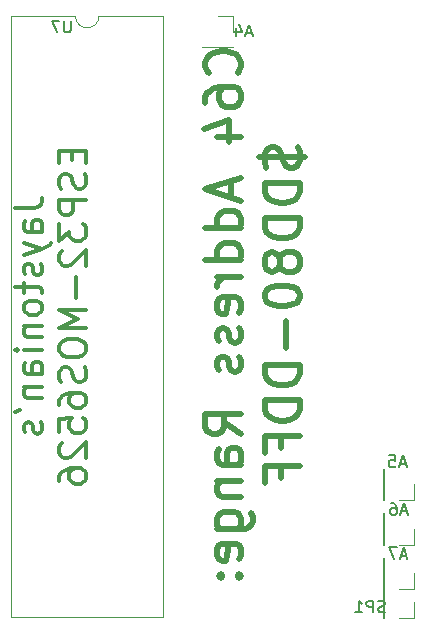
<source format=gbr>
G04 #@! TF.GenerationSoftware,KiCad,Pcbnew,(5.1.5)-3*
G04 #@! TF.CreationDate,2020-05-12T20:02:37-04:00*
G04 #@! TF.ProjectId,6526ESP32,36353236-4553-4503-9332-2e6b69636164,rev?*
G04 #@! TF.SameCoordinates,Original*
G04 #@! TF.FileFunction,Legend,Bot*
G04 #@! TF.FilePolarity,Positive*
%FSLAX46Y46*%
G04 Gerber Fmt 4.6, Leading zero omitted, Abs format (unit mm)*
G04 Created by KiCad (PCBNEW (5.1.5)-3) date 2020-05-12 20:02:37*
%MOMM*%
%LPD*%
G04 APERTURE LIST*
%ADD10C,0.350000*%
%ADD11C,0.500000*%
%ADD12C,0.120000*%
%ADD13C,0.150000*%
G04 APERTURE END LIST*
D10*
X39640857Y-50529285D02*
X41248000Y-50529285D01*
X41569428Y-50422142D01*
X41783714Y-50207857D01*
X41890857Y-49886428D01*
X41890857Y-49672142D01*
X41890857Y-52565000D02*
X40712285Y-52565000D01*
X40498000Y-52457857D01*
X40390857Y-52243571D01*
X40390857Y-51815000D01*
X40498000Y-51600714D01*
X41783714Y-52565000D02*
X41890857Y-52350714D01*
X41890857Y-51815000D01*
X41783714Y-51600714D01*
X41569428Y-51493571D01*
X41355142Y-51493571D01*
X41140857Y-51600714D01*
X41033714Y-51815000D01*
X41033714Y-52350714D01*
X40926571Y-52565000D01*
X40390857Y-53422142D02*
X41890857Y-53957857D01*
X40390857Y-54493571D02*
X41890857Y-53957857D01*
X42426571Y-53743571D01*
X42533714Y-53636428D01*
X42640857Y-53422142D01*
X41783714Y-55243571D02*
X41890857Y-55457857D01*
X41890857Y-55886428D01*
X41783714Y-56100714D01*
X41569428Y-56207857D01*
X41462285Y-56207857D01*
X41248000Y-56100714D01*
X41140857Y-55886428D01*
X41140857Y-55565000D01*
X41033714Y-55350714D01*
X40819428Y-55243571D01*
X40712285Y-55243571D01*
X40498000Y-55350714D01*
X40390857Y-55565000D01*
X40390857Y-55886428D01*
X40498000Y-56100714D01*
X40390857Y-56850714D02*
X40390857Y-57707857D01*
X39640857Y-57172142D02*
X41569428Y-57172142D01*
X41783714Y-57279285D01*
X41890857Y-57493571D01*
X41890857Y-57707857D01*
X41890857Y-58779285D02*
X41783714Y-58565000D01*
X41676571Y-58457857D01*
X41462285Y-58350714D01*
X40819428Y-58350714D01*
X40605142Y-58457857D01*
X40498000Y-58565000D01*
X40390857Y-58779285D01*
X40390857Y-59100714D01*
X40498000Y-59315000D01*
X40605142Y-59422142D01*
X40819428Y-59529285D01*
X41462285Y-59529285D01*
X41676571Y-59422142D01*
X41783714Y-59315000D01*
X41890857Y-59100714D01*
X41890857Y-58779285D01*
X40390857Y-60493571D02*
X41890857Y-60493571D01*
X40605142Y-60493571D02*
X40498000Y-60600714D01*
X40390857Y-60815000D01*
X40390857Y-61136428D01*
X40498000Y-61350714D01*
X40712285Y-61457857D01*
X41890857Y-61457857D01*
X41890857Y-62529285D02*
X40390857Y-62529285D01*
X39640857Y-62529285D02*
X39748000Y-62422142D01*
X39855142Y-62529285D01*
X39748000Y-62636428D01*
X39640857Y-62529285D01*
X39855142Y-62529285D01*
X41890857Y-64565000D02*
X40712285Y-64565000D01*
X40498000Y-64457857D01*
X40390857Y-64243571D01*
X40390857Y-63815000D01*
X40498000Y-63600714D01*
X41783714Y-64565000D02*
X41890857Y-64350714D01*
X41890857Y-63815000D01*
X41783714Y-63600714D01*
X41569428Y-63493571D01*
X41355142Y-63493571D01*
X41140857Y-63600714D01*
X41033714Y-63815000D01*
X41033714Y-64350714D01*
X40926571Y-64565000D01*
X40390857Y-65636428D02*
X41890857Y-65636428D01*
X40605142Y-65636428D02*
X40498000Y-65743571D01*
X40390857Y-65957857D01*
X40390857Y-66279285D01*
X40498000Y-66493571D01*
X40712285Y-66600714D01*
X41890857Y-66600714D01*
X39640857Y-67779285D02*
X40069428Y-67565000D01*
X41783714Y-68636428D02*
X41890857Y-68850714D01*
X41890857Y-69279285D01*
X41783714Y-69493571D01*
X41569428Y-69600714D01*
X41462285Y-69600714D01*
X41248000Y-69493571D01*
X41140857Y-69279285D01*
X41140857Y-68957857D01*
X41033714Y-68743571D01*
X40819428Y-68636428D01*
X40712285Y-68636428D01*
X40498000Y-68743571D01*
X40390857Y-68957857D01*
X40390857Y-69279285D01*
X40498000Y-69493571D01*
X44437285Y-45654285D02*
X44437285Y-46404285D01*
X45615857Y-46725714D02*
X45615857Y-45654285D01*
X43365857Y-45654285D01*
X43365857Y-46725714D01*
X45508714Y-47582857D02*
X45615857Y-47904285D01*
X45615857Y-48440000D01*
X45508714Y-48654285D01*
X45401571Y-48761428D01*
X45187285Y-48868571D01*
X44973000Y-48868571D01*
X44758714Y-48761428D01*
X44651571Y-48654285D01*
X44544428Y-48440000D01*
X44437285Y-48011428D01*
X44330142Y-47797142D01*
X44223000Y-47690000D01*
X44008714Y-47582857D01*
X43794428Y-47582857D01*
X43580142Y-47690000D01*
X43473000Y-47797142D01*
X43365857Y-48011428D01*
X43365857Y-48547142D01*
X43473000Y-48868571D01*
X45615857Y-49832857D02*
X43365857Y-49832857D01*
X43365857Y-50690000D01*
X43473000Y-50904285D01*
X43580142Y-51011428D01*
X43794428Y-51118571D01*
X44115857Y-51118571D01*
X44330142Y-51011428D01*
X44437285Y-50904285D01*
X44544428Y-50690000D01*
X44544428Y-49832857D01*
X43365857Y-51868571D02*
X43365857Y-53261428D01*
X44223000Y-52511428D01*
X44223000Y-52832857D01*
X44330142Y-53047142D01*
X44437285Y-53154285D01*
X44651571Y-53261428D01*
X45187285Y-53261428D01*
X45401571Y-53154285D01*
X45508714Y-53047142D01*
X45615857Y-52832857D01*
X45615857Y-52190000D01*
X45508714Y-51975714D01*
X45401571Y-51868571D01*
X43580142Y-54118571D02*
X43473000Y-54225714D01*
X43365857Y-54440000D01*
X43365857Y-54975714D01*
X43473000Y-55190000D01*
X43580142Y-55297142D01*
X43794428Y-55404285D01*
X44008714Y-55404285D01*
X44330142Y-55297142D01*
X45615857Y-54011428D01*
X45615857Y-55404285D01*
X44758714Y-56368571D02*
X44758714Y-58082857D01*
X45615857Y-59154285D02*
X43365857Y-59154285D01*
X44973000Y-59904285D01*
X43365857Y-60654285D01*
X45615857Y-60654285D01*
X43365857Y-62154285D02*
X43365857Y-62582857D01*
X43473000Y-62797142D01*
X43687285Y-63011428D01*
X44115857Y-63118571D01*
X44865857Y-63118571D01*
X45294428Y-63011428D01*
X45508714Y-62797142D01*
X45615857Y-62582857D01*
X45615857Y-62154285D01*
X45508714Y-61939999D01*
X45294428Y-61725714D01*
X44865857Y-61618571D01*
X44115857Y-61618571D01*
X43687285Y-61725714D01*
X43473000Y-61939999D01*
X43365857Y-62154285D01*
X45508714Y-63975714D02*
X45615857Y-64297142D01*
X45615857Y-64832857D01*
X45508714Y-65047142D01*
X45401571Y-65154285D01*
X45187285Y-65261428D01*
X44973000Y-65261428D01*
X44758714Y-65154285D01*
X44651571Y-65047142D01*
X44544428Y-64832857D01*
X44437285Y-64404285D01*
X44330142Y-64189999D01*
X44223000Y-64082857D01*
X44008714Y-63975714D01*
X43794428Y-63975714D01*
X43580142Y-64082857D01*
X43473000Y-64189999D01*
X43365857Y-64404285D01*
X43365857Y-64939999D01*
X43473000Y-65261428D01*
X43365857Y-67190000D02*
X43365857Y-66761428D01*
X43473000Y-66547142D01*
X43580142Y-66439999D01*
X43901571Y-66225714D01*
X44330142Y-66118571D01*
X45187285Y-66118571D01*
X45401571Y-66225714D01*
X45508714Y-66332857D01*
X45615857Y-66547142D01*
X45615857Y-66975714D01*
X45508714Y-67190000D01*
X45401571Y-67297142D01*
X45187285Y-67404285D01*
X44651571Y-67404285D01*
X44437285Y-67297142D01*
X44330142Y-67190000D01*
X44223000Y-66975714D01*
X44223000Y-66547142D01*
X44330142Y-66332857D01*
X44437285Y-66225714D01*
X44651571Y-66118571D01*
X43365857Y-69440000D02*
X43365857Y-68368571D01*
X44437285Y-68261428D01*
X44330142Y-68368571D01*
X44223000Y-68582857D01*
X44223000Y-69118571D01*
X44330142Y-69332857D01*
X44437285Y-69440000D01*
X44651571Y-69547142D01*
X45187285Y-69547142D01*
X45401571Y-69440000D01*
X45508714Y-69332857D01*
X45615857Y-69118571D01*
X45615857Y-68582857D01*
X45508714Y-68368571D01*
X45401571Y-68261428D01*
X43580142Y-70404285D02*
X43473000Y-70511428D01*
X43365857Y-70725714D01*
X43365857Y-71261428D01*
X43473000Y-71475714D01*
X43580142Y-71582857D01*
X43794428Y-71690000D01*
X44008714Y-71690000D01*
X44330142Y-71582857D01*
X45615857Y-70297142D01*
X45615857Y-71690000D01*
X43365857Y-73618571D02*
X43365857Y-73190000D01*
X43473000Y-72975714D01*
X43580142Y-72868571D01*
X43901571Y-72654285D01*
X44330142Y-72547142D01*
X45187285Y-72547142D01*
X45401571Y-72654285D01*
X45508714Y-72761428D01*
X45615857Y-72975714D01*
X45615857Y-73404285D01*
X45508714Y-73618571D01*
X45401571Y-73725714D01*
X45187285Y-73832857D01*
X44651571Y-73832857D01*
X44437285Y-73725714D01*
X44330142Y-73618571D01*
X44223000Y-73404285D01*
X44223000Y-72975714D01*
X44330142Y-72761428D01*
X44437285Y-72654285D01*
X44651571Y-72547142D01*
D11*
X58451928Y-39070928D02*
X58594785Y-38928071D01*
X58737642Y-38499500D01*
X58737642Y-38213785D01*
X58594785Y-37785214D01*
X58309071Y-37499500D01*
X58023357Y-37356642D01*
X57451928Y-37213785D01*
X57023357Y-37213785D01*
X56451928Y-37356642D01*
X56166214Y-37499500D01*
X55880500Y-37785214D01*
X55737642Y-38213785D01*
X55737642Y-38499500D01*
X55880500Y-38928071D01*
X56023357Y-39070928D01*
X55737642Y-41642357D02*
X55737642Y-41070928D01*
X55880500Y-40785214D01*
X56023357Y-40642357D01*
X56451928Y-40356642D01*
X57023357Y-40213785D01*
X58166214Y-40213785D01*
X58451928Y-40356642D01*
X58594785Y-40499500D01*
X58737642Y-40785214D01*
X58737642Y-41356642D01*
X58594785Y-41642357D01*
X58451928Y-41785214D01*
X58166214Y-41928071D01*
X57451928Y-41928071D01*
X57166214Y-41785214D01*
X57023357Y-41642357D01*
X56880500Y-41356642D01*
X56880500Y-40785214D01*
X57023357Y-40499500D01*
X57166214Y-40356642D01*
X57451928Y-40213785D01*
X56737642Y-44499500D02*
X58737642Y-44499500D01*
X55594785Y-43785214D02*
X57737642Y-43070928D01*
X57737642Y-44928071D01*
X57880500Y-48213785D02*
X57880500Y-49642357D01*
X58737642Y-47928071D02*
X55737642Y-48928071D01*
X58737642Y-49928071D01*
X58737642Y-52213785D02*
X55737642Y-52213785D01*
X58594785Y-52213785D02*
X58737642Y-51928071D01*
X58737642Y-51356642D01*
X58594785Y-51070928D01*
X58451928Y-50928071D01*
X58166214Y-50785214D01*
X57309071Y-50785214D01*
X57023357Y-50928071D01*
X56880500Y-51070928D01*
X56737642Y-51356642D01*
X56737642Y-51928071D01*
X56880500Y-52213785D01*
X58737642Y-54928071D02*
X55737642Y-54928071D01*
X58594785Y-54928071D02*
X58737642Y-54642357D01*
X58737642Y-54070928D01*
X58594785Y-53785214D01*
X58451928Y-53642357D01*
X58166214Y-53499500D01*
X57309071Y-53499500D01*
X57023357Y-53642357D01*
X56880500Y-53785214D01*
X56737642Y-54070928D01*
X56737642Y-54642357D01*
X56880500Y-54928071D01*
X58737642Y-56356642D02*
X56737642Y-56356642D01*
X57309071Y-56356642D02*
X57023357Y-56499500D01*
X56880500Y-56642357D01*
X56737642Y-56928071D01*
X56737642Y-57213785D01*
X58594785Y-59356642D02*
X58737642Y-59070928D01*
X58737642Y-58499500D01*
X58594785Y-58213785D01*
X58309071Y-58070928D01*
X57166214Y-58070928D01*
X56880500Y-58213785D01*
X56737642Y-58499500D01*
X56737642Y-59070928D01*
X56880500Y-59356642D01*
X57166214Y-59499500D01*
X57451928Y-59499500D01*
X57737642Y-58070928D01*
X58594785Y-60642357D02*
X58737642Y-60928071D01*
X58737642Y-61499500D01*
X58594785Y-61785214D01*
X58309071Y-61928071D01*
X58166214Y-61928071D01*
X57880500Y-61785214D01*
X57737642Y-61499500D01*
X57737642Y-61070928D01*
X57594785Y-60785214D01*
X57309071Y-60642357D01*
X57166214Y-60642357D01*
X56880500Y-60785214D01*
X56737642Y-61070928D01*
X56737642Y-61499500D01*
X56880500Y-61785214D01*
X58594785Y-63070928D02*
X58737642Y-63356642D01*
X58737642Y-63928071D01*
X58594785Y-64213785D01*
X58309071Y-64356642D01*
X58166214Y-64356642D01*
X57880500Y-64213785D01*
X57737642Y-63928071D01*
X57737642Y-63499500D01*
X57594785Y-63213785D01*
X57309071Y-63070928D01*
X57166214Y-63070928D01*
X56880500Y-63213785D01*
X56737642Y-63499500D01*
X56737642Y-63928071D01*
X56880500Y-64213785D01*
X58737642Y-69642357D02*
X57309071Y-68642357D01*
X58737642Y-67928071D02*
X55737642Y-67928071D01*
X55737642Y-69070928D01*
X55880500Y-69356642D01*
X56023357Y-69499500D01*
X56309071Y-69642357D01*
X56737642Y-69642357D01*
X57023357Y-69499500D01*
X57166214Y-69356642D01*
X57309071Y-69070928D01*
X57309071Y-67928071D01*
X58737642Y-72213785D02*
X57166214Y-72213785D01*
X56880500Y-72070928D01*
X56737642Y-71785214D01*
X56737642Y-71213785D01*
X56880500Y-70928071D01*
X58594785Y-72213785D02*
X58737642Y-71928071D01*
X58737642Y-71213785D01*
X58594785Y-70928071D01*
X58309071Y-70785214D01*
X58023357Y-70785214D01*
X57737642Y-70928071D01*
X57594785Y-71213785D01*
X57594785Y-71928071D01*
X57451928Y-72213785D01*
X56737642Y-73642357D02*
X58737642Y-73642357D01*
X57023357Y-73642357D02*
X56880500Y-73785214D01*
X56737642Y-74070928D01*
X56737642Y-74499500D01*
X56880500Y-74785214D01*
X57166214Y-74928071D01*
X58737642Y-74928071D01*
X56737642Y-77642357D02*
X59166214Y-77642357D01*
X59451928Y-77499500D01*
X59594785Y-77356642D01*
X59737642Y-77070928D01*
X59737642Y-76642357D01*
X59594785Y-76356642D01*
X58594785Y-77642357D02*
X58737642Y-77356642D01*
X58737642Y-76785214D01*
X58594785Y-76499500D01*
X58451928Y-76356642D01*
X58166214Y-76213785D01*
X57309071Y-76213785D01*
X57023357Y-76356642D01*
X56880500Y-76499500D01*
X56737642Y-76785214D01*
X56737642Y-77356642D01*
X56880500Y-77642357D01*
X58594785Y-80213785D02*
X58737642Y-79928071D01*
X58737642Y-79356642D01*
X58594785Y-79070928D01*
X58309071Y-78928071D01*
X57166214Y-78928071D01*
X56880500Y-79070928D01*
X56737642Y-79356642D01*
X56737642Y-79928071D01*
X56880500Y-80213785D01*
X57166214Y-80356642D01*
X57451928Y-80356642D01*
X57737642Y-78928071D01*
X58451928Y-81642357D02*
X58594785Y-81785214D01*
X58737642Y-81642357D01*
X58594785Y-81499500D01*
X58451928Y-81642357D01*
X58737642Y-81642357D01*
X56880500Y-81642357D02*
X57023357Y-81785214D01*
X57166214Y-81642357D01*
X57023357Y-81499500D01*
X56880500Y-81642357D01*
X57166214Y-81642357D01*
X63594785Y-45356642D02*
X63737642Y-45785214D01*
X63737642Y-46499500D01*
X63594785Y-46785214D01*
X63451928Y-46928071D01*
X63166214Y-47070928D01*
X62880500Y-47070928D01*
X62594785Y-46928071D01*
X62451928Y-46785214D01*
X62309071Y-46499500D01*
X62166214Y-45928071D01*
X62023357Y-45642357D01*
X61880500Y-45499500D01*
X61594785Y-45356642D01*
X61309071Y-45356642D01*
X61023357Y-45499500D01*
X60880500Y-45642357D01*
X60737642Y-45928071D01*
X60737642Y-46642357D01*
X60880500Y-47070928D01*
X60309071Y-46213785D02*
X64166214Y-46213785D01*
X63737642Y-48356642D02*
X60737642Y-48356642D01*
X60737642Y-49070928D01*
X60880500Y-49499500D01*
X61166214Y-49785214D01*
X61451928Y-49928071D01*
X62023357Y-50070928D01*
X62451928Y-50070928D01*
X63023357Y-49928071D01*
X63309071Y-49785214D01*
X63594785Y-49499500D01*
X63737642Y-49070928D01*
X63737642Y-48356642D01*
X63737642Y-51356642D02*
X60737642Y-51356642D01*
X60737642Y-52070928D01*
X60880500Y-52499500D01*
X61166214Y-52785214D01*
X61451928Y-52928071D01*
X62023357Y-53070928D01*
X62451928Y-53070928D01*
X63023357Y-52928071D01*
X63309071Y-52785214D01*
X63594785Y-52499500D01*
X63737642Y-52070928D01*
X63737642Y-51356642D01*
X62023357Y-54785214D02*
X61880500Y-54499500D01*
X61737642Y-54356642D01*
X61451928Y-54213785D01*
X61309071Y-54213785D01*
X61023357Y-54356642D01*
X60880500Y-54499500D01*
X60737642Y-54785214D01*
X60737642Y-55356642D01*
X60880500Y-55642357D01*
X61023357Y-55785214D01*
X61309071Y-55928071D01*
X61451928Y-55928071D01*
X61737642Y-55785214D01*
X61880500Y-55642357D01*
X62023357Y-55356642D01*
X62023357Y-54785214D01*
X62166214Y-54499500D01*
X62309071Y-54356642D01*
X62594785Y-54213785D01*
X63166214Y-54213785D01*
X63451928Y-54356642D01*
X63594785Y-54499500D01*
X63737642Y-54785214D01*
X63737642Y-55356642D01*
X63594785Y-55642357D01*
X63451928Y-55785214D01*
X63166214Y-55928071D01*
X62594785Y-55928071D01*
X62309071Y-55785214D01*
X62166214Y-55642357D01*
X62023357Y-55356642D01*
X60737642Y-57785214D02*
X60737642Y-58070928D01*
X60880500Y-58356642D01*
X61023357Y-58499500D01*
X61309071Y-58642357D01*
X61880500Y-58785214D01*
X62594785Y-58785214D01*
X63166214Y-58642357D01*
X63451928Y-58499500D01*
X63594785Y-58356642D01*
X63737642Y-58070928D01*
X63737642Y-57785214D01*
X63594785Y-57499500D01*
X63451928Y-57356642D01*
X63166214Y-57213785D01*
X62594785Y-57070928D01*
X61880500Y-57070928D01*
X61309071Y-57213785D01*
X61023357Y-57356642D01*
X60880500Y-57499500D01*
X60737642Y-57785214D01*
X62594785Y-60070928D02*
X62594785Y-62356642D01*
X63737642Y-63785214D02*
X60737642Y-63785214D01*
X60737642Y-64499500D01*
X60880500Y-64928071D01*
X61166214Y-65213785D01*
X61451928Y-65356642D01*
X62023357Y-65499500D01*
X62451928Y-65499500D01*
X63023357Y-65356642D01*
X63309071Y-65213785D01*
X63594785Y-64928071D01*
X63737642Y-64499500D01*
X63737642Y-63785214D01*
X63737642Y-66785214D02*
X60737642Y-66785214D01*
X60737642Y-67499500D01*
X60880500Y-67928071D01*
X61166214Y-68213785D01*
X61451928Y-68356642D01*
X62023357Y-68499500D01*
X62451928Y-68499500D01*
X63023357Y-68356642D01*
X63309071Y-68213785D01*
X63594785Y-67928071D01*
X63737642Y-67499500D01*
X63737642Y-66785214D01*
X62166214Y-70785214D02*
X62166214Y-69785214D01*
X63737642Y-69785214D02*
X60737642Y-69785214D01*
X60737642Y-71213785D01*
X62166214Y-73356642D02*
X62166214Y-72356642D01*
X63737642Y-72356642D02*
X60737642Y-72356642D01*
X60737642Y-73785214D01*
D12*
X44720000Y-34230000D02*
G75*
G03X46720000Y-34230000I1000000J0D01*
G01*
X46720000Y-34230000D02*
X52180000Y-34230000D01*
X52180000Y-34230000D02*
X52180000Y-85150000D01*
X52180000Y-85150000D02*
X39260000Y-85150000D01*
X39260000Y-85150000D02*
X39260000Y-34230000D01*
X39260000Y-34230000D02*
X44720000Y-34230000D01*
X70755200Y-85226200D02*
X70755200Y-82566200D01*
X70815200Y-85226200D02*
X70755200Y-85226200D01*
X70815200Y-82566200D02*
X70755200Y-82566200D01*
X70815200Y-85226200D02*
X70815200Y-82566200D01*
X72085200Y-85226200D02*
X73415200Y-85226200D01*
X73415200Y-85226200D02*
X73415200Y-83896200D01*
X73415200Y-82762400D02*
X73415200Y-81432400D01*
X72085200Y-82762400D02*
X73415200Y-82762400D01*
X70815200Y-82762400D02*
X70815200Y-80102400D01*
X70815200Y-80102400D02*
X70755200Y-80102400D01*
X70815200Y-82762400D02*
X70755200Y-82762400D01*
X70755200Y-82762400D02*
X70755200Y-80102400D01*
X70755200Y-79003200D02*
X70755200Y-76343200D01*
X70815200Y-79003200D02*
X70755200Y-79003200D01*
X70815200Y-76343200D02*
X70755200Y-76343200D01*
X70815200Y-79003200D02*
X70815200Y-76343200D01*
X72085200Y-79003200D02*
X73415200Y-79003200D01*
X73415200Y-79003200D02*
X73415200Y-77673200D01*
X73415200Y-75218600D02*
X73415200Y-73888600D01*
X72085200Y-75218600D02*
X73415200Y-75218600D01*
X70815200Y-75218600D02*
X70815200Y-72558600D01*
X70815200Y-72558600D02*
X70755200Y-72558600D01*
X70815200Y-75218600D02*
X70755200Y-75218600D01*
X70755200Y-75218600D02*
X70755200Y-72558600D01*
X58099000Y-36890000D02*
X55439000Y-36890000D01*
X58099000Y-36830000D02*
X58099000Y-36890000D01*
X55439000Y-36830000D02*
X55439000Y-36890000D01*
X58099000Y-36830000D02*
X55439000Y-36830000D01*
X58099000Y-35560000D02*
X58099000Y-34230000D01*
X58099000Y-34230000D02*
X56769000Y-34230000D01*
D13*
X44322904Y-34631380D02*
X44322904Y-35440904D01*
X44275285Y-35536142D01*
X44227666Y-35583761D01*
X44132428Y-35631380D01*
X43941952Y-35631380D01*
X43846714Y-35583761D01*
X43799095Y-35536142D01*
X43751476Y-35440904D01*
X43751476Y-34631380D01*
X43370523Y-34631380D02*
X42703857Y-34631380D01*
X43132428Y-35631380D01*
X70934104Y-84681961D02*
X70791247Y-84729580D01*
X70553152Y-84729580D01*
X70457914Y-84681961D01*
X70410295Y-84634342D01*
X70362676Y-84539104D01*
X70362676Y-84443866D01*
X70410295Y-84348628D01*
X70457914Y-84301009D01*
X70553152Y-84253390D01*
X70743628Y-84205771D01*
X70838866Y-84158152D01*
X70886485Y-84110533D01*
X70934104Y-84015295D01*
X70934104Y-83920057D01*
X70886485Y-83824819D01*
X70838866Y-83777200D01*
X70743628Y-83729580D01*
X70505533Y-83729580D01*
X70362676Y-83777200D01*
X69934104Y-84729580D02*
X69934104Y-83729580D01*
X69553152Y-83729580D01*
X69457914Y-83777200D01*
X69410295Y-83824819D01*
X69362676Y-83920057D01*
X69362676Y-84062914D01*
X69410295Y-84158152D01*
X69457914Y-84205771D01*
X69553152Y-84253390D01*
X69934104Y-84253390D01*
X68410295Y-84729580D02*
X68981723Y-84729580D01*
X68696009Y-84729580D02*
X68696009Y-83729580D01*
X68791247Y-83872438D01*
X68886485Y-83967676D01*
X68981723Y-84015295D01*
X72748685Y-79948066D02*
X72272495Y-79948066D01*
X72843923Y-80233780D02*
X72510590Y-79233780D01*
X72177257Y-80233780D01*
X71939161Y-79233780D02*
X71272495Y-79233780D01*
X71701066Y-80233780D01*
X72799485Y-76188866D02*
X72323295Y-76188866D01*
X72894723Y-76474580D02*
X72561390Y-75474580D01*
X72228057Y-76474580D01*
X71466152Y-75474580D02*
X71656628Y-75474580D01*
X71751866Y-75522200D01*
X71799485Y-75569819D01*
X71894723Y-75712676D01*
X71942342Y-75903152D01*
X71942342Y-76284104D01*
X71894723Y-76379342D01*
X71847104Y-76426961D01*
X71751866Y-76474580D01*
X71561390Y-76474580D01*
X71466152Y-76426961D01*
X71418533Y-76379342D01*
X71370914Y-76284104D01*
X71370914Y-76046009D01*
X71418533Y-75950771D01*
X71466152Y-75903152D01*
X71561390Y-75855533D01*
X71751866Y-75855533D01*
X71847104Y-75903152D01*
X71894723Y-75950771D01*
X71942342Y-76046009D01*
X72672485Y-72150266D02*
X72196295Y-72150266D01*
X72767723Y-72435980D02*
X72434390Y-71435980D01*
X72101057Y-72435980D01*
X71291533Y-71435980D02*
X71767723Y-71435980D01*
X71815342Y-71912171D01*
X71767723Y-71864552D01*
X71672485Y-71816933D01*
X71434390Y-71816933D01*
X71339152Y-71864552D01*
X71291533Y-71912171D01*
X71243914Y-72007409D01*
X71243914Y-72245504D01*
X71291533Y-72340742D01*
X71339152Y-72388361D01*
X71434390Y-72435980D01*
X71672485Y-72435980D01*
X71767723Y-72388361D01*
X71815342Y-72340742D01*
X59667685Y-35675866D02*
X59191495Y-35675866D01*
X59762923Y-35961580D02*
X59429590Y-34961580D01*
X59096257Y-35961580D01*
X58334352Y-35294914D02*
X58334352Y-35961580D01*
X58572447Y-34913961D02*
X58810542Y-35628247D01*
X58191495Y-35628247D01*
M02*

</source>
